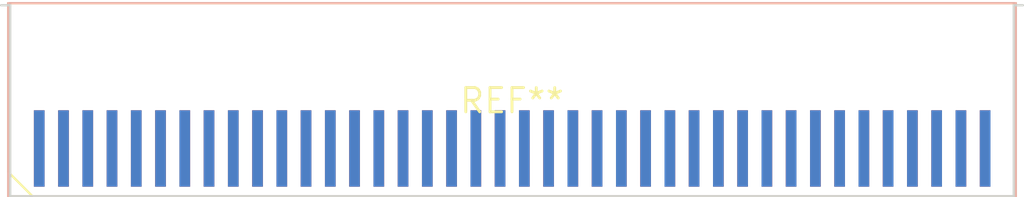
<source format=kicad_pcb>
(kicad_pcb (version 20240108) (generator pcbnew)
  (layers (0 "F.Cu" signal) (31 "B.Cu" signal) (34 "B.Paste" user) (35 "F.Paste" user) (36 "B.SilkS" user "B.Silkscreen") (37 "F.SilkS" user "F.Silkscreen") (38 "B.Mask" user) (39 "F.Mask" user) (44 "Edge.Cuts" user))
  (net 0 "")
  (footprint "Samtec_MECF-40-0_-NP-L-DV_2x40_P1.27mm_Edge" (layer "F.Cu") (at 0 0)
    (property "Reference" "REF**")
    (property "Value" "Samtec_MECF-40-0_-NP-L-DV_2x40_P1.27mm_Edge")
    (fp_line (start -26.38 -5.11) (end 26.38 -5.11) (layer "B.SilkS") (stroke (width 0.12)))
    (fp_line (start -26.38 5) (end -26.38 -5.11) (layer "B.SilkS") (stroke (width 0.12)))
    (fp_line (start -26.38 5) (end 26.38 5) (layer "B.SilkS") (stroke (width 0.12)))
    (fp_line (start 26.38 5) (end 26.38 -5.11) (layer "B.SilkS") (stroke (width 0.12)))
    (fp_line (start -26.38 -5.11) (end 26.38 -5.11) (layer "F.SilkS") (stroke (width 0.12)))
    (fp_line (start -26.38 3.73) (end -26.38 -5.11) (layer "F.SilkS") (stroke (width 0.12)))
    (fp_line (start -25.11 5) (end -26.38 3.73) (layer "F.SilkS") (stroke (width 0.12)))
    (fp_line (start -25.11 5) (end 26.38 5) (layer "F.SilkS") (stroke (width 0.12)))
    (fp_line (start 26.38 5) (end 26.38 -5.11) (layer "F.SilkS") (stroke (width 0.12)))
    (fp_line (start -26.75 -5) (end -26.275 -5) (layer "Edge.Cuts") (stroke (width 0.12)))
    (fp_line (start -26.275 5) (end -26.275 -5) (layer "Edge.Cuts") (stroke (width 0.12)))
    (fp_line (start -26.275 5) (end 26.275 5) (layer "Edge.Cuts") (stroke (width 0.12)))
    (fp_line (start 26.275 5) (end 26.275 -5) (layer "Edge.Cuts") (stroke (width 0.12)))
    (fp_line (start 26.75 -5) (end 26.275 -5) (layer "Edge.Cuts") (stroke (width 0.12)))
    (pad "1" connect rect (at -24.755 2.5) (size 0.56 4) (layers "F.Cu" "F.Mask"))
    (pad "2" connect rect (at -24.755 2.5) (size 0.56 4) (layers "B.Cu" "B.Mask"))
    (pad "3" connect rect (at -23.485 2.5) (size 0.56 4) (layers "F.Cu" "F.Mask"))
    (pad "4" connect rect (at -23.485 2.5) (size 0.56 4) (layers "B.Cu" "B.Mask"))
    (pad "5" connect rect (at -22.215 2.5) (size 0.56 4) (layers "F.Cu" "F.Mask"))
    (pad "6" connect rect (at -22.215 2.5) (size 0.56 4) (layers "B.Cu" "B.Mask"))
    (pad "7" connect rect (at -20.945 2.5) (size 0.56 4) (layers "F.Cu" "F.Mask"))
    (pad "8" connect rect (at -20.945 2.5) (size 0.56 4) (layers "B.Cu" "B.Mask"))
    (pad "9" connect rect (at -19.675 2.5) (size 0.56 4) (layers "F.Cu" "F.Mask"))
    (pad "10" connect rect (at -19.675 2.5) (size 0.56 4) (layers "B.Cu" "B.Mask"))
    (pad "11" connect rect (at -18.405 2.5) (size 0.56 4) (layers "F.Cu" "F.Mask"))
    (pad "12" connect rect (at -18.405 2.5) (size 0.56 4) (layers "B.Cu" "B.Mask"))
    (pad "13" connect rect (at -17.135 2.5) (size 0.56 4) (layers "F.Cu" "F.Mask"))
    (pad "14" connect rect (at -17.135 2.5) (size 0.56 4) (layers "B.Cu" "B.Mask"))
    (pad "15" connect rect (at -15.865 2.5) (size 0.56 4) (layers "F.Cu" "F.Mask"))
    (pad "16" connect rect (at -15.865 2.5) (size 0.56 4) (layers "B.Cu" "B.Mask"))
    (pad "17" connect rect (at -14.595 2.5) (size 0.56 4) (layers "F.Cu" "F.Mask"))
    (pad "18" connect rect (at -14.595 2.5) (size 0.56 4) (layers "B.Cu" "B.Mask"))
    (pad "19" connect rect (at -13.325 2.5) (size 0.56 4) (layers "F.Cu" "F.Mask"))
    (pad "20" connect rect (at -13.325 2.5) (size 0.56 4) (layers "B.Cu" "B.Mask"))
    (pad "21" connect rect (at -12.055 2.5) (size 0.56 4) (layers "F.Cu" "F.Mask"))
    (pad "22" connect rect (at -12.055 2.5) (size 0.56 4) (layers "B.Cu" "B.Mask"))
    (pad "23" connect rect (at -10.785 2.5) (size 0.56 4) (layers "F.Cu" "F.Mask"))
    (pad "24" connect rect (at -10.785 2.5) (size 0.56 4) (layers "B.Cu" "B.Mask"))
    (pad "25" connect rect (at -9.515 2.5) (size 0.56 4) (layers "F.Cu" "F.Mask"))
    (pad "26" connect rect (at -9.515 2.5) (size 0.56 4) (layers "B.Cu" "B.Mask"))
    (pad "27" connect rect (at -8.245 2.5) (size 0.56 4) (layers "F.Cu" "F.Mask"))
    (pad "28" connect rect (at -8.245 2.5) (size 0.56 4) (layers "B.Cu" "B.Mask"))
    (pad "29" connect rect (at -6.975 2.5) (size 0.56 4) (layers "F.Cu" "F.Mask"))
    (pad "30" connect rect (at -6.975 2.5) (size 0.56 4) (layers "B.Cu" "B.Mask"))
    (pad "31" connect rect (at -5.705 2.5) (size 0.56 4) (layers "F.Cu" "F.Mask"))
    (pad "32" connect rect (at -5.705 2.5) (size 0.56 4) (layers "B.Cu" "B.Mask"))
    (pad "33" connect rect (at -4.435 2.5) (size 0.56 4) (layers "F.Cu" "F.Mask"))
    (pad "34" connect rect (at -4.435 2.5) (size 0.56 4) (layers "B.Cu" "B.Mask"))
    (pad "35" connect rect (at -3.165 2.5) (size 0.56 4) (layers "F.Cu" "F.Mask"))
    (pad "36" connect rect (at -3.165 2.5) (size 0.56 4) (layers "B.Cu" "B.Mask"))
    (pad "37" connect rect (at -1.895 2.5) (size 0.56 4) (layers "F.Cu" "F.Mask"))
    (pad "38" connect rect (at -1.895 2.5) (size 0.56 4) (layers "B.Cu" "B.Mask"))
    (pad "39" connect rect (at -0.625 2.5) (size 0.56 4) (layers "F.Cu" "F.Mask"))
    (pad "40" connect rect (at -0.625 2.5) (size 0.56 4) (layers "B.Cu" "B.Mask"))
    (pad "41" connect rect (at 0.645 2.5) (size 0.56 4) (layers "F.Cu" "F.Mask"))
    (pad "42" connect rect (at 0.645 2.5) (size 0.56 4) (layers "B.Cu" "B.Mask"))
    (pad "43" connect rect (at 1.915 2.5) (size 0.56 4) (layers "F.Cu" "F.Mask"))
    (pad "44" connect rect (at 1.915 2.5) (size 0.56 4) (layers "B.Cu" "B.Mask"))
    (pad "45" connect rect (at 3.185 2.5) (size 0.56 4) (layers "F.Cu" "F.Mask"))
    (pad "46" connect rect (at 3.185 2.5) (size 0.56 4) (layers "B.Cu" "B.Mask"))
    (pad "47" connect rect (at 4.455 2.5) (size 0.56 4) (layers "F.Cu" "F.Mask"))
    (pad "48" connect rect (at 4.455 2.5) (size 0.56 4) (layers "B.Cu" "B.Mask"))
    (pad "49" connect rect (at 5.725 2.5) (size 0.56 4) (layers "F.Cu" "F.Mask"))
    (pad "50" connect rect (at 5.725 2.5) (size 0.56 4) (layers "B.Cu" "B.Mask"))
    (pad "51" connect rect (at 6.995 2.5) (size 0.56 4) (layers "F.Cu" "F.Mask"))
    (pad "52" connect rect (at 6.995 2.5) (size 0.56 4) (layers "B.Cu" "B.Mask"))
    (pad "53" connect rect (at 8.265 2.5) (size 0.56 4) (layers "F.Cu" "F.Mask"))
    (pad "54" connect rect (at 8.265 2.5) (size 0.56 4) (layers "B.Cu" "B.Mask"))
    (pad "55" connect rect (at 9.535 2.5) (size 0.56 4) (layers "F.Cu" "F.Mask"))
    (pad "56" connect rect (at 9.535 2.5) (size 0.56 4) (layers "B.Cu" "B.Mask"))
    (pad "57" connect rect (at 10.805 2.5) (size 0.56 4) (layers "F.Cu" "F.Mask"))
    (pad "58" connect rect (at 10.805 2.5) (size 0.56 4) (layers "B.Cu" "B.Mask"))
    (pad "59" connect rect (at 12.075 2.5) (size 0.56 4) (layers "F.Cu" "F.Mask"))
    (pad "60" connect rect (at 12.075 2.5) (size 0.56 4) (layers "B.Cu" "B.Mask"))
    (pad "61" connect rect (at 13.345 2.5) (size 0.56 4) (layers "F.Cu" "F.Mask"))
    (pad "62" connect rect (at 13.345 2.5) (size 0.56 4) (layers "B.Cu" "B.Mask"))
    (pad "63" connect rect (at 14.615 2.5) (size 0.56 4) (layers "F.Cu" "F.Mask"))
    (pad "64" connect rect (at 14.615 2.5) (size 0.56 4) (layers "B.Cu" "B.Mask"))
    (pad "65" connect rect (at 15.885 2.5) (size 0.56 4) (layers "F.Cu" "F.Mask"))
    (pad "66" connect rect (at 15.885 2.5) (size 0.56 4) (layers "B.Cu" "B.Mask"))
    (pad "67" connect rect (at 17.155 2.5) (size 0.56 4) (layers "F.Cu" "F.Mask"))
    (pad "68" connect rect (at 17.155 2.5) (size 0.56 4) (layers "B.Cu" "B.Mask"))
    (pad "69" connect rect (at 18.425 2.5) (size 0.56 4) (layers "F.Cu" "F.Mask"))
    (pad "70" connect rect (at 18.425 2.5) (size 0.56 4) (layers "B.Cu" "B.Mask"))
    (pad "71" connect rect (at 19.695 2.5) (size 0.56 4) (layers "F.Cu" "F.Mask"))
    (pad "72" connect rect (at 19.695 2.5) (size 0.56 4) (layers "B.Cu" "B.Mask"))
    (pad "73" connect rect (at 20.965 2.5) (size 0.56 4) (layers "F.Cu" "F.Mask"))
    (pad "74" connect rect (at 20.965 2.5) (size 0.56 4) (layers "B.Cu" "B.Mask"))
    (pad "75" connect rect (at 22.235 2.5) (size 0.56 4) (layers "F.Cu" "F.Mask"))
    (pad "76" connect rect (at 22.235 2.5) (size 0.56 4) (layers "B.Cu" "B.Mask"))
    (pad "77" connect rect (at 23.505 2.5) (size 0.56 4) (layers "F.Cu" "F.Mask"))
    (pad "78" connect rect (at 23.505 2.5) (size 0.56 4) (layers "B.Cu" "B.Mask"))
    (pad "79" connect rect (at 24.775 2.5) (size 0.56 4) (layers "F.Cu" "F.Mask"))
    (pad "80" connect rect (at 24.775 2.5) (size 0.56 4) (layers "B.Cu" "B.Mask"))
  )
)
</source>
